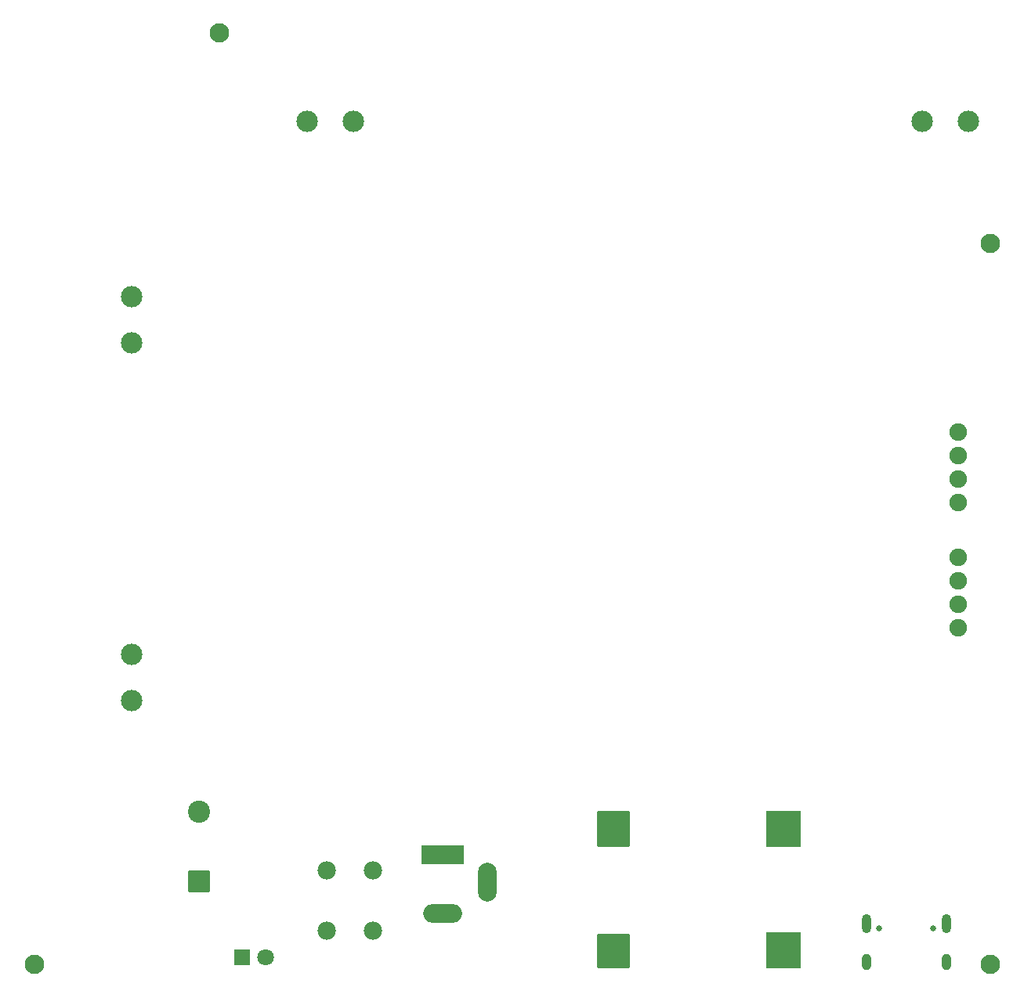
<source format=gbs>
%TF.GenerationSoftware,KiCad,Pcbnew,9.0.4-9.0.4-0~ubuntu24.04.1*%
%TF.CreationDate,2025-09-30T13:12:32+03:00*%
%TF.ProjectId,Esp32-S3-WROOM-1U-N16R8_ controller,45737033-322d-4533-932d-57524f4f4d2d,VER 1.0.0*%
%TF.SameCoordinates,Original*%
%TF.FileFunction,Soldermask,Bot*%
%TF.FilePolarity,Negative*%
%FSLAX46Y46*%
G04 Gerber Fmt 4.6, Leading zero omitted, Abs format (unit mm)*
G04 Created by KiCad (PCBNEW 9.0.4-9.0.4-0~ubuntu24.04.1) date 2025-09-30 13:12:32*
%MOMM*%
%LPD*%
G01*
G04 APERTURE LIST*
G04 Aperture macros list*
%AMRoundRect*
0 Rectangle with rounded corners*
0 $1 Rounding radius*
0 $2 $3 $4 $5 $6 $7 $8 $9 X,Y pos of 4 corners*
0 Add a 4 corners polygon primitive as box body*
4,1,4,$2,$3,$4,$5,$6,$7,$8,$9,$2,$3,0*
0 Add four circle primitives for the rounded corners*
1,1,$1+$1,$2,$3*
1,1,$1+$1,$4,$5*
1,1,$1+$1,$6,$7*
1,1,$1+$1,$8,$9*
0 Add four rect primitives between the rounded corners*
20,1,$1+$1,$2,$3,$4,$5,0*
20,1,$1+$1,$4,$5,$6,$7,0*
20,1,$1+$1,$6,$7,$8,$9,0*
20,1,$1+$1,$8,$9,$2,$3,0*%
G04 Aperture macros list end*
%ADD10C,1.905800*%
%ADD11R,4.600000X2.000000*%
%ADD12O,4.200000X2.000000*%
%ADD13O,2.000000X4.200000*%
%ADD14C,1.989000*%
%ADD15C,2.312200*%
%ADD16C,2.100000*%
%ADD17RoundRect,0.035000X1.715000X-1.782500X1.715000X1.782500X-1.715000X1.782500X-1.715000X-1.782500X0*%
%ADD18RoundRect,0.035000X1.715000X-1.873750X1.715000X1.873750X-1.715000X1.873750X-1.715000X-1.873750X0*%
%ADD19RoundRect,0.037500X1.837500X-1.871250X1.837500X1.871250X-1.837500X1.871250X-1.837500X-1.871250X0*%
%ADD20RoundRect,0.250001X0.949999X-0.949999X0.949999X0.949999X-0.949999X0.949999X-0.949999X-0.949999X0*%
%ADD21C,2.400000*%
%ADD22C,0.650000*%
%ADD23O,1.000000X2.100000*%
%ADD24O,1.000000X1.800000*%
%ADD25R,1.800000X1.800000*%
%ADD26C,1.800000*%
G04 APERTURE END LIST*
D10*
%TO.C,J8*%
X187336286Y-79743713D03*
X187336286Y-77203713D03*
X187336286Y-74663713D03*
X187336286Y-72123713D03*
%TD*%
%TO.C,J7*%
X187336286Y-93283713D03*
X187336286Y-90743713D03*
X187336286Y-88203713D03*
X187336286Y-85663713D03*
%TD*%
D11*
%TO.C,J1*%
X131686286Y-117893713D03*
D12*
X131686286Y-124193713D03*
D13*
X136486286Y-120793713D03*
%TD*%
D14*
%TO.C,X1*%
X124146286Y-126083713D03*
X119146286Y-126083713D03*
%TD*%
D15*
%TO.C,J3*%
X188500000Y-38500000D03*
X183496200Y-38500000D03*
%TD*%
D16*
%TO.C,REF4*%
X190836286Y-129743713D03*
%TD*%
D17*
%TO.C,U2*%
X150086286Y-128313713D03*
D18*
X150086286Y-115039963D03*
D19*
X168461286Y-128222463D03*
X168461286Y-115039963D03*
%TD*%
D15*
%TO.C,J6*%
X98000000Y-57496200D03*
X98000000Y-62500000D03*
%TD*%
D14*
%TO.C,X2*%
X124146286Y-119533713D03*
X119146286Y-119533713D03*
%TD*%
D15*
%TO.C,J5*%
X98000000Y-96166500D03*
X98000000Y-101170300D03*
%TD*%
D20*
%TO.C,C1*%
X105336286Y-120743713D03*
D21*
X105336286Y-113243713D03*
%TD*%
D16*
%TO.C,REF2*%
X107500000Y-29000000D03*
%TD*%
%TO.C,REF3*%
X87500000Y-129743713D03*
%TD*%
D22*
%TO.C,J4*%
X178846286Y-125818713D03*
X184626286Y-125818713D03*
D23*
X177416286Y-125318713D03*
D24*
X177416286Y-129498713D03*
D23*
X186056286Y-125318713D03*
D24*
X186056286Y-129498713D03*
%TD*%
D16*
%TO.C,REF2*%
X190836286Y-51743713D03*
%TD*%
D15*
%TO.C,J2*%
X122000000Y-38500000D03*
X116996200Y-38500000D03*
%TD*%
D25*
%TO.C,D2*%
X110000000Y-129000000D03*
D26*
X112540000Y-129000000D03*
%TD*%
M02*

</source>
